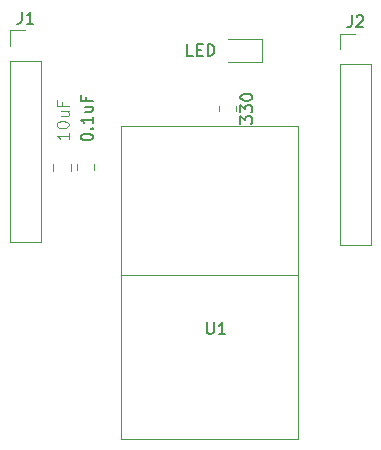
<source format=gbr>
%TF.GenerationSoftware,KiCad,Pcbnew,6.0.5-a6ca702e91~116~ubuntu20.04.1*%
%TF.CreationDate,2022-05-07T22:14:54-05:00*%
%TF.ProjectId,Ebyte_E28-2G4M27S_2_4GHz_LoRa_v001,45627974-655f-4453-9238-2d3247344d32,rev?*%
%TF.SameCoordinates,Original*%
%TF.FileFunction,Legend,Top*%
%TF.FilePolarity,Positive*%
%FSLAX46Y46*%
G04 Gerber Fmt 4.6, Leading zero omitted, Abs format (unit mm)*
G04 Created by KiCad (PCBNEW 6.0.5-a6ca702e91~116~ubuntu20.04.1) date 2022-05-07 22:14:54*
%MOMM*%
%LPD*%
G01*
G04 APERTURE LIST*
%ADD10C,0.150000*%
%ADD11C,0.125000*%
%ADD12C,0.120000*%
G04 APERTURE END LIST*
D10*
%TO.C,U1*%
X155047565Y-101692380D02*
X155047565Y-102501904D01*
X155095184Y-102597142D01*
X155142803Y-102644761D01*
X155238041Y-102692380D01*
X155428517Y-102692380D01*
X155523755Y-102644761D01*
X155571374Y-102597142D01*
X155618993Y-102501904D01*
X155618993Y-101692380D01*
X156618993Y-102692380D02*
X156047565Y-102692380D01*
X156333279Y-102692380D02*
X156333279Y-101692380D01*
X156238041Y-101835238D01*
X156142803Y-101930476D01*
X156047565Y-101978095D01*
%TO.C,C1*%
X144382380Y-86062857D02*
X144382380Y-85967619D01*
X144430000Y-85872380D01*
X144477619Y-85824761D01*
X144572857Y-85777142D01*
X144763333Y-85729523D01*
X145001428Y-85729523D01*
X145191904Y-85777142D01*
X145287142Y-85824761D01*
X145334761Y-85872380D01*
X145382380Y-85967619D01*
X145382380Y-86062857D01*
X145334761Y-86158095D01*
X145287142Y-86205714D01*
X145191904Y-86253333D01*
X145001428Y-86300952D01*
X144763333Y-86300952D01*
X144572857Y-86253333D01*
X144477619Y-86205714D01*
X144430000Y-86158095D01*
X144382380Y-86062857D01*
X145287142Y-85300952D02*
X145334761Y-85253333D01*
X145382380Y-85300952D01*
X145334761Y-85348571D01*
X145287142Y-85300952D01*
X145382380Y-85300952D01*
X145382380Y-84300952D02*
X145382380Y-84872380D01*
X145382380Y-84586666D02*
X144382380Y-84586666D01*
X144525238Y-84681904D01*
X144620476Y-84777142D01*
X144668095Y-84872380D01*
X144715714Y-83443809D02*
X145382380Y-83443809D01*
X144715714Y-83872380D02*
X145239523Y-83872380D01*
X145334761Y-83824761D01*
X145382380Y-83729523D01*
X145382380Y-83586666D01*
X145334761Y-83491428D01*
X145287142Y-83443809D01*
X144858571Y-82634285D02*
X144858571Y-82967619D01*
X145382380Y-82967619D02*
X144382380Y-82967619D01*
X144382380Y-82491428D01*
D11*
%TO.C,C2*%
X143342380Y-85641428D02*
X143342380Y-86212857D01*
X143342380Y-85927142D02*
X142342380Y-85927142D01*
X142485238Y-86022380D01*
X142580476Y-86117619D01*
X142628095Y-86212857D01*
X142342380Y-85022380D02*
X142342380Y-84927142D01*
X142390000Y-84831904D01*
X142437619Y-84784285D01*
X142532857Y-84736666D01*
X142723333Y-84689047D01*
X142961428Y-84689047D01*
X143151904Y-84736666D01*
X143247142Y-84784285D01*
X143294761Y-84831904D01*
X143342380Y-84927142D01*
X143342380Y-85022380D01*
X143294761Y-85117619D01*
X143247142Y-85165238D01*
X143151904Y-85212857D01*
X142961428Y-85260476D01*
X142723333Y-85260476D01*
X142532857Y-85212857D01*
X142437619Y-85165238D01*
X142390000Y-85117619D01*
X142342380Y-85022380D01*
X142675714Y-83831904D02*
X143342380Y-83831904D01*
X142675714Y-84260476D02*
X143199523Y-84260476D01*
X143294761Y-84212857D01*
X143342380Y-84117619D01*
X143342380Y-83974761D01*
X143294761Y-83879523D01*
X143247142Y-83831904D01*
X142818571Y-83022380D02*
X142818571Y-83355714D01*
X143342380Y-83355714D02*
X142342380Y-83355714D01*
X142342380Y-82879523D01*
D10*
%TO.C,J1*%
X139366666Y-75422380D02*
X139366666Y-76136666D01*
X139319047Y-76279523D01*
X139223809Y-76374761D01*
X139080952Y-76422380D01*
X138985714Y-76422380D01*
X140366666Y-76422380D02*
X139795238Y-76422380D01*
X140080952Y-76422380D02*
X140080952Y-75422380D01*
X139985714Y-75565238D01*
X139890476Y-75660476D01*
X139795238Y-75708095D01*
%TO.C,J2*%
X167306666Y-75722380D02*
X167306666Y-76436666D01*
X167259047Y-76579523D01*
X167163809Y-76674761D01*
X167020952Y-76722380D01*
X166925714Y-76722380D01*
X167735238Y-75817619D02*
X167782857Y-75770000D01*
X167878095Y-75722380D01*
X168116190Y-75722380D01*
X168211428Y-75770000D01*
X168259047Y-75817619D01*
X168306666Y-75912857D01*
X168306666Y-76008095D01*
X168259047Y-76150952D01*
X167687619Y-76722380D01*
X168306666Y-76722380D01*
%TO.C,R1*%
X157902380Y-84885714D02*
X157902380Y-84266666D01*
X158283333Y-84600000D01*
X158283333Y-84457142D01*
X158330952Y-84361904D01*
X158378571Y-84314285D01*
X158473809Y-84266666D01*
X158711904Y-84266666D01*
X158807142Y-84314285D01*
X158854761Y-84361904D01*
X158902380Y-84457142D01*
X158902380Y-84742857D01*
X158854761Y-84838095D01*
X158807142Y-84885714D01*
X157902380Y-83933333D02*
X157902380Y-83314285D01*
X158283333Y-83647619D01*
X158283333Y-83504761D01*
X158330952Y-83409523D01*
X158378571Y-83361904D01*
X158473809Y-83314285D01*
X158711904Y-83314285D01*
X158807142Y-83361904D01*
X158854761Y-83409523D01*
X158902380Y-83504761D01*
X158902380Y-83790476D01*
X158854761Y-83885714D01*
X158807142Y-83933333D01*
X157902380Y-82695238D02*
X157902380Y-82600000D01*
X157950000Y-82504761D01*
X157997619Y-82457142D01*
X158092857Y-82409523D01*
X158283333Y-82361904D01*
X158521428Y-82361904D01*
X158711904Y-82409523D01*
X158807142Y-82457142D01*
X158854761Y-82504761D01*
X158902380Y-82600000D01*
X158902380Y-82695238D01*
X158854761Y-82790476D01*
X158807142Y-82838095D01*
X158711904Y-82885714D01*
X158521428Y-82933333D01*
X158283333Y-82933333D01*
X158092857Y-82885714D01*
X157997619Y-82838095D01*
X157950000Y-82790476D01*
X157902380Y-82695238D01*
%TO.C,D1*%
X153882142Y-79152380D02*
X153405952Y-79152380D01*
X153405952Y-78152380D01*
X154215476Y-78628571D02*
X154548809Y-78628571D01*
X154691666Y-79152380D02*
X154215476Y-79152380D01*
X154215476Y-78152380D01*
X154691666Y-78152380D01*
X155120238Y-79152380D02*
X155120238Y-78152380D01*
X155358333Y-78152380D01*
X155501190Y-78200000D01*
X155596428Y-78295238D01*
X155644047Y-78390476D01*
X155691666Y-78580952D01*
X155691666Y-78723809D01*
X155644047Y-78914285D01*
X155596428Y-79009523D01*
X155501190Y-79104761D01*
X155358333Y-79152380D01*
X155120238Y-79152380D01*
D12*
%TO.C,U1*%
X147809470Y-97740000D02*
X162809470Y-97740000D01*
X147809470Y-85050000D02*
X162809470Y-85050000D01*
X162809470Y-85050000D02*
X162809470Y-111550000D01*
X162809470Y-111550000D02*
X147809470Y-111550000D01*
X147809470Y-111550000D02*
X147809470Y-85050000D01*
%TO.C,C1*%
X145535000Y-88276248D02*
X145535000Y-88798752D01*
X144065000Y-88276248D02*
X144065000Y-88798752D01*
%TO.C,C2*%
X143535000Y-88338748D02*
X143535000Y-88861252D01*
X142065000Y-88338748D02*
X142065000Y-88861252D01*
%TO.C,J1*%
X138370000Y-78300000D02*
X138370000Y-76970000D01*
X138370000Y-79570000D02*
X138370000Y-94870000D01*
X138370000Y-76970000D02*
X139700000Y-76970000D01*
X141030000Y-79570000D02*
X141030000Y-94870000D01*
X138370000Y-94870000D02*
X141030000Y-94870000D01*
X138370000Y-79570000D02*
X141030000Y-79570000D01*
%TO.C,J2*%
X168970000Y-79870000D02*
X168970000Y-95170000D01*
X166310000Y-79870000D02*
X166310000Y-95170000D01*
X166310000Y-95170000D02*
X168970000Y-95170000D01*
X166310000Y-79870000D02*
X168970000Y-79870000D01*
X166310000Y-77270000D02*
X167640000Y-77270000D01*
X166310000Y-78600000D02*
X166310000Y-77270000D01*
%TO.C,R1*%
X156065000Y-83827064D02*
X156065000Y-83372936D01*
X157535000Y-83827064D02*
X157535000Y-83372936D01*
%TO.C,D1*%
X156825000Y-79660000D02*
X159685000Y-79660000D01*
X159685000Y-77740000D02*
X156825000Y-77740000D01*
X159685000Y-79660000D02*
X159685000Y-77740000D01*
%TD*%
M02*

</source>
